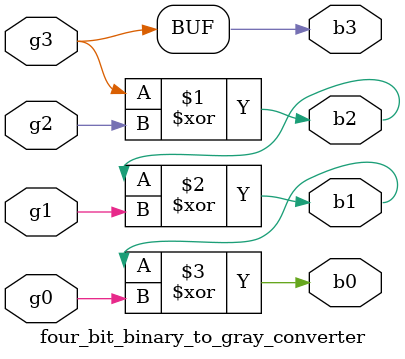
<source format=v>
module four_bit_binary_to_gray_converter(b3,b2,b1,b0,g3,g2,g1,g0);
  input g3,g2,g1,g0;
  output b3,b2,b1,b0;
  buf (b3,g3);
  xor (b2,g3,g2);
  xor (b1,b2,g1);
  xor (b0,b1,g0);
endmodule
  
  

</source>
